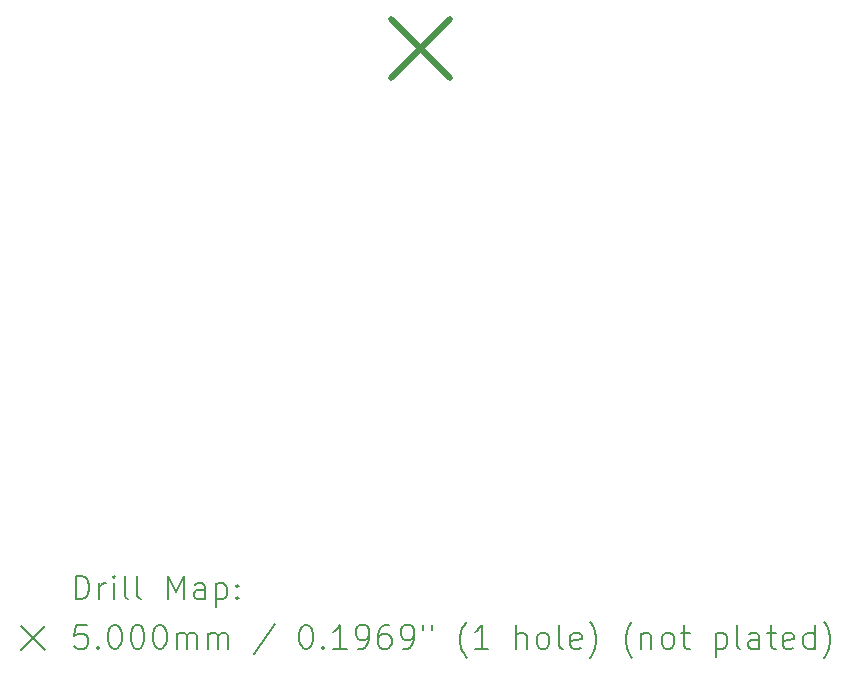
<source format=gbr>
%FSLAX45Y45*%
G04 Gerber Fmt 4.5, Leading zero omitted, Abs format (unit mm)*
G04 Created by KiCad (PCBNEW (6.0.5)) date 2022-12-14 22:57:56*
%MOMM*%
%LPD*%
G01*
G04 APERTURE LIST*
%ADD10C,0.200000*%
%ADD11C,0.500000*%
G04 APERTURE END LIST*
D10*
D11*
X14600110Y-8350360D02*
X15100110Y-8850360D01*
X15100110Y-8350360D02*
X14600110Y-8850360D01*
D10*
X11930229Y-13263336D02*
X11930229Y-13063336D01*
X11977848Y-13063336D01*
X12006419Y-13072860D01*
X12025467Y-13091908D01*
X12034991Y-13110955D01*
X12044515Y-13149050D01*
X12044515Y-13177622D01*
X12034991Y-13215717D01*
X12025467Y-13234765D01*
X12006419Y-13253812D01*
X11977848Y-13263336D01*
X11930229Y-13263336D01*
X12130229Y-13263336D02*
X12130229Y-13130003D01*
X12130229Y-13168098D02*
X12139753Y-13149050D01*
X12149277Y-13139527D01*
X12168324Y-13130003D01*
X12187372Y-13130003D01*
X12254038Y-13263336D02*
X12254038Y-13130003D01*
X12254038Y-13063336D02*
X12244515Y-13072860D01*
X12254038Y-13082384D01*
X12263562Y-13072860D01*
X12254038Y-13063336D01*
X12254038Y-13082384D01*
X12377848Y-13263336D02*
X12358800Y-13253812D01*
X12349277Y-13234765D01*
X12349277Y-13063336D01*
X12482610Y-13263336D02*
X12463562Y-13253812D01*
X12454038Y-13234765D01*
X12454038Y-13063336D01*
X12711181Y-13263336D02*
X12711181Y-13063336D01*
X12777848Y-13206193D01*
X12844515Y-13063336D01*
X12844515Y-13263336D01*
X13025467Y-13263336D02*
X13025467Y-13158574D01*
X13015943Y-13139527D01*
X12996896Y-13130003D01*
X12958800Y-13130003D01*
X12939753Y-13139527D01*
X13025467Y-13253812D02*
X13006419Y-13263336D01*
X12958800Y-13263336D01*
X12939753Y-13253812D01*
X12930229Y-13234765D01*
X12930229Y-13215717D01*
X12939753Y-13196669D01*
X12958800Y-13187146D01*
X13006419Y-13187146D01*
X13025467Y-13177622D01*
X13120705Y-13130003D02*
X13120705Y-13330003D01*
X13120705Y-13139527D02*
X13139753Y-13130003D01*
X13177848Y-13130003D01*
X13196896Y-13139527D01*
X13206419Y-13149050D01*
X13215943Y-13168098D01*
X13215943Y-13225241D01*
X13206419Y-13244288D01*
X13196896Y-13253812D01*
X13177848Y-13263336D01*
X13139753Y-13263336D01*
X13120705Y-13253812D01*
X13301658Y-13244288D02*
X13311181Y-13253812D01*
X13301658Y-13263336D01*
X13292134Y-13253812D01*
X13301658Y-13244288D01*
X13301658Y-13263336D01*
X13301658Y-13139527D02*
X13311181Y-13149050D01*
X13301658Y-13158574D01*
X13292134Y-13149050D01*
X13301658Y-13139527D01*
X13301658Y-13158574D01*
X11472610Y-13492860D02*
X11672610Y-13692860D01*
X11672610Y-13492860D02*
X11472610Y-13692860D01*
X12025467Y-13483336D02*
X11930229Y-13483336D01*
X11920705Y-13578574D01*
X11930229Y-13569050D01*
X11949277Y-13559527D01*
X11996896Y-13559527D01*
X12015943Y-13569050D01*
X12025467Y-13578574D01*
X12034991Y-13597622D01*
X12034991Y-13645241D01*
X12025467Y-13664288D01*
X12015943Y-13673812D01*
X11996896Y-13683336D01*
X11949277Y-13683336D01*
X11930229Y-13673812D01*
X11920705Y-13664288D01*
X12120705Y-13664288D02*
X12130229Y-13673812D01*
X12120705Y-13683336D01*
X12111181Y-13673812D01*
X12120705Y-13664288D01*
X12120705Y-13683336D01*
X12254038Y-13483336D02*
X12273086Y-13483336D01*
X12292134Y-13492860D01*
X12301658Y-13502384D01*
X12311181Y-13521431D01*
X12320705Y-13559527D01*
X12320705Y-13607146D01*
X12311181Y-13645241D01*
X12301658Y-13664288D01*
X12292134Y-13673812D01*
X12273086Y-13683336D01*
X12254038Y-13683336D01*
X12234991Y-13673812D01*
X12225467Y-13664288D01*
X12215943Y-13645241D01*
X12206419Y-13607146D01*
X12206419Y-13559527D01*
X12215943Y-13521431D01*
X12225467Y-13502384D01*
X12234991Y-13492860D01*
X12254038Y-13483336D01*
X12444515Y-13483336D02*
X12463562Y-13483336D01*
X12482610Y-13492860D01*
X12492134Y-13502384D01*
X12501658Y-13521431D01*
X12511181Y-13559527D01*
X12511181Y-13607146D01*
X12501658Y-13645241D01*
X12492134Y-13664288D01*
X12482610Y-13673812D01*
X12463562Y-13683336D01*
X12444515Y-13683336D01*
X12425467Y-13673812D01*
X12415943Y-13664288D01*
X12406419Y-13645241D01*
X12396896Y-13607146D01*
X12396896Y-13559527D01*
X12406419Y-13521431D01*
X12415943Y-13502384D01*
X12425467Y-13492860D01*
X12444515Y-13483336D01*
X12634991Y-13483336D02*
X12654038Y-13483336D01*
X12673086Y-13492860D01*
X12682610Y-13502384D01*
X12692134Y-13521431D01*
X12701658Y-13559527D01*
X12701658Y-13607146D01*
X12692134Y-13645241D01*
X12682610Y-13664288D01*
X12673086Y-13673812D01*
X12654038Y-13683336D01*
X12634991Y-13683336D01*
X12615943Y-13673812D01*
X12606419Y-13664288D01*
X12596896Y-13645241D01*
X12587372Y-13607146D01*
X12587372Y-13559527D01*
X12596896Y-13521431D01*
X12606419Y-13502384D01*
X12615943Y-13492860D01*
X12634991Y-13483336D01*
X12787372Y-13683336D02*
X12787372Y-13550003D01*
X12787372Y-13569050D02*
X12796896Y-13559527D01*
X12815943Y-13550003D01*
X12844515Y-13550003D01*
X12863562Y-13559527D01*
X12873086Y-13578574D01*
X12873086Y-13683336D01*
X12873086Y-13578574D02*
X12882610Y-13559527D01*
X12901658Y-13550003D01*
X12930229Y-13550003D01*
X12949277Y-13559527D01*
X12958800Y-13578574D01*
X12958800Y-13683336D01*
X13054038Y-13683336D02*
X13054038Y-13550003D01*
X13054038Y-13569050D02*
X13063562Y-13559527D01*
X13082610Y-13550003D01*
X13111181Y-13550003D01*
X13130229Y-13559527D01*
X13139753Y-13578574D01*
X13139753Y-13683336D01*
X13139753Y-13578574D02*
X13149277Y-13559527D01*
X13168324Y-13550003D01*
X13196896Y-13550003D01*
X13215943Y-13559527D01*
X13225467Y-13578574D01*
X13225467Y-13683336D01*
X13615943Y-13473812D02*
X13444515Y-13730955D01*
X13873086Y-13483336D02*
X13892134Y-13483336D01*
X13911181Y-13492860D01*
X13920705Y-13502384D01*
X13930229Y-13521431D01*
X13939753Y-13559527D01*
X13939753Y-13607146D01*
X13930229Y-13645241D01*
X13920705Y-13664288D01*
X13911181Y-13673812D01*
X13892134Y-13683336D01*
X13873086Y-13683336D01*
X13854038Y-13673812D01*
X13844515Y-13664288D01*
X13834991Y-13645241D01*
X13825467Y-13607146D01*
X13825467Y-13559527D01*
X13834991Y-13521431D01*
X13844515Y-13502384D01*
X13854038Y-13492860D01*
X13873086Y-13483336D01*
X14025467Y-13664288D02*
X14034991Y-13673812D01*
X14025467Y-13683336D01*
X14015943Y-13673812D01*
X14025467Y-13664288D01*
X14025467Y-13683336D01*
X14225467Y-13683336D02*
X14111181Y-13683336D01*
X14168324Y-13683336D02*
X14168324Y-13483336D01*
X14149277Y-13511908D01*
X14130229Y-13530955D01*
X14111181Y-13540479D01*
X14320705Y-13683336D02*
X14358800Y-13683336D01*
X14377848Y-13673812D01*
X14387372Y-13664288D01*
X14406419Y-13635717D01*
X14415943Y-13597622D01*
X14415943Y-13521431D01*
X14406419Y-13502384D01*
X14396896Y-13492860D01*
X14377848Y-13483336D01*
X14339753Y-13483336D01*
X14320705Y-13492860D01*
X14311181Y-13502384D01*
X14301658Y-13521431D01*
X14301658Y-13569050D01*
X14311181Y-13588098D01*
X14320705Y-13597622D01*
X14339753Y-13607146D01*
X14377848Y-13607146D01*
X14396896Y-13597622D01*
X14406419Y-13588098D01*
X14415943Y-13569050D01*
X14587372Y-13483336D02*
X14549277Y-13483336D01*
X14530229Y-13492860D01*
X14520705Y-13502384D01*
X14501658Y-13530955D01*
X14492134Y-13569050D01*
X14492134Y-13645241D01*
X14501658Y-13664288D01*
X14511181Y-13673812D01*
X14530229Y-13683336D01*
X14568324Y-13683336D01*
X14587372Y-13673812D01*
X14596896Y-13664288D01*
X14606419Y-13645241D01*
X14606419Y-13597622D01*
X14596896Y-13578574D01*
X14587372Y-13569050D01*
X14568324Y-13559527D01*
X14530229Y-13559527D01*
X14511181Y-13569050D01*
X14501658Y-13578574D01*
X14492134Y-13597622D01*
X14701658Y-13683336D02*
X14739753Y-13683336D01*
X14758800Y-13673812D01*
X14768324Y-13664288D01*
X14787372Y-13635717D01*
X14796896Y-13597622D01*
X14796896Y-13521431D01*
X14787372Y-13502384D01*
X14777848Y-13492860D01*
X14758800Y-13483336D01*
X14720705Y-13483336D01*
X14701658Y-13492860D01*
X14692134Y-13502384D01*
X14682610Y-13521431D01*
X14682610Y-13569050D01*
X14692134Y-13588098D01*
X14701658Y-13597622D01*
X14720705Y-13607146D01*
X14758800Y-13607146D01*
X14777848Y-13597622D01*
X14787372Y-13588098D01*
X14796896Y-13569050D01*
X14873086Y-13483336D02*
X14873086Y-13521431D01*
X14949277Y-13483336D02*
X14949277Y-13521431D01*
X15244515Y-13759527D02*
X15234991Y-13750003D01*
X15215943Y-13721431D01*
X15206419Y-13702384D01*
X15196896Y-13673812D01*
X15187372Y-13626193D01*
X15187372Y-13588098D01*
X15196896Y-13540479D01*
X15206419Y-13511908D01*
X15215943Y-13492860D01*
X15234991Y-13464288D01*
X15244515Y-13454765D01*
X15425467Y-13683336D02*
X15311181Y-13683336D01*
X15368324Y-13683336D02*
X15368324Y-13483336D01*
X15349277Y-13511908D01*
X15330229Y-13530955D01*
X15311181Y-13540479D01*
X15663562Y-13683336D02*
X15663562Y-13483336D01*
X15749277Y-13683336D02*
X15749277Y-13578574D01*
X15739753Y-13559527D01*
X15720705Y-13550003D01*
X15692134Y-13550003D01*
X15673086Y-13559527D01*
X15663562Y-13569050D01*
X15873086Y-13683336D02*
X15854038Y-13673812D01*
X15844515Y-13664288D01*
X15834991Y-13645241D01*
X15834991Y-13588098D01*
X15844515Y-13569050D01*
X15854038Y-13559527D01*
X15873086Y-13550003D01*
X15901658Y-13550003D01*
X15920705Y-13559527D01*
X15930229Y-13569050D01*
X15939753Y-13588098D01*
X15939753Y-13645241D01*
X15930229Y-13664288D01*
X15920705Y-13673812D01*
X15901658Y-13683336D01*
X15873086Y-13683336D01*
X16054038Y-13683336D02*
X16034991Y-13673812D01*
X16025467Y-13654765D01*
X16025467Y-13483336D01*
X16206419Y-13673812D02*
X16187372Y-13683336D01*
X16149277Y-13683336D01*
X16130229Y-13673812D01*
X16120705Y-13654765D01*
X16120705Y-13578574D01*
X16130229Y-13559527D01*
X16149277Y-13550003D01*
X16187372Y-13550003D01*
X16206419Y-13559527D01*
X16215943Y-13578574D01*
X16215943Y-13597622D01*
X16120705Y-13616669D01*
X16282610Y-13759527D02*
X16292134Y-13750003D01*
X16311181Y-13721431D01*
X16320705Y-13702384D01*
X16330229Y-13673812D01*
X16339753Y-13626193D01*
X16339753Y-13588098D01*
X16330229Y-13540479D01*
X16320705Y-13511908D01*
X16311181Y-13492860D01*
X16292134Y-13464288D01*
X16282610Y-13454765D01*
X16644515Y-13759527D02*
X16634991Y-13750003D01*
X16615943Y-13721431D01*
X16606419Y-13702384D01*
X16596896Y-13673812D01*
X16587372Y-13626193D01*
X16587372Y-13588098D01*
X16596896Y-13540479D01*
X16606419Y-13511908D01*
X16615943Y-13492860D01*
X16634991Y-13464288D01*
X16644515Y-13454765D01*
X16720705Y-13550003D02*
X16720705Y-13683336D01*
X16720705Y-13569050D02*
X16730229Y-13559527D01*
X16749277Y-13550003D01*
X16777848Y-13550003D01*
X16796896Y-13559527D01*
X16806420Y-13578574D01*
X16806420Y-13683336D01*
X16930229Y-13683336D02*
X16911181Y-13673812D01*
X16901658Y-13664288D01*
X16892134Y-13645241D01*
X16892134Y-13588098D01*
X16901658Y-13569050D01*
X16911181Y-13559527D01*
X16930229Y-13550003D01*
X16958800Y-13550003D01*
X16977848Y-13559527D01*
X16987372Y-13569050D01*
X16996896Y-13588098D01*
X16996896Y-13645241D01*
X16987372Y-13664288D01*
X16977848Y-13673812D01*
X16958800Y-13683336D01*
X16930229Y-13683336D01*
X17054039Y-13550003D02*
X17130229Y-13550003D01*
X17082610Y-13483336D02*
X17082610Y-13654765D01*
X17092134Y-13673812D01*
X17111181Y-13683336D01*
X17130229Y-13683336D01*
X17349277Y-13550003D02*
X17349277Y-13750003D01*
X17349277Y-13559527D02*
X17368324Y-13550003D01*
X17406420Y-13550003D01*
X17425467Y-13559527D01*
X17434991Y-13569050D01*
X17444515Y-13588098D01*
X17444515Y-13645241D01*
X17434991Y-13664288D01*
X17425467Y-13673812D01*
X17406420Y-13683336D01*
X17368324Y-13683336D01*
X17349277Y-13673812D01*
X17558800Y-13683336D02*
X17539753Y-13673812D01*
X17530229Y-13654765D01*
X17530229Y-13483336D01*
X17720705Y-13683336D02*
X17720705Y-13578574D01*
X17711181Y-13559527D01*
X17692134Y-13550003D01*
X17654039Y-13550003D01*
X17634991Y-13559527D01*
X17720705Y-13673812D02*
X17701658Y-13683336D01*
X17654039Y-13683336D01*
X17634991Y-13673812D01*
X17625467Y-13654765D01*
X17625467Y-13635717D01*
X17634991Y-13616669D01*
X17654039Y-13607146D01*
X17701658Y-13607146D01*
X17720705Y-13597622D01*
X17787372Y-13550003D02*
X17863562Y-13550003D01*
X17815943Y-13483336D02*
X17815943Y-13654765D01*
X17825467Y-13673812D01*
X17844515Y-13683336D01*
X17863562Y-13683336D01*
X18006420Y-13673812D02*
X17987372Y-13683336D01*
X17949277Y-13683336D01*
X17930229Y-13673812D01*
X17920705Y-13654765D01*
X17920705Y-13578574D01*
X17930229Y-13559527D01*
X17949277Y-13550003D01*
X17987372Y-13550003D01*
X18006420Y-13559527D01*
X18015943Y-13578574D01*
X18015943Y-13597622D01*
X17920705Y-13616669D01*
X18187372Y-13683336D02*
X18187372Y-13483336D01*
X18187372Y-13673812D02*
X18168324Y-13683336D01*
X18130229Y-13683336D01*
X18111181Y-13673812D01*
X18101658Y-13664288D01*
X18092134Y-13645241D01*
X18092134Y-13588098D01*
X18101658Y-13569050D01*
X18111181Y-13559527D01*
X18130229Y-13550003D01*
X18168324Y-13550003D01*
X18187372Y-13559527D01*
X18263562Y-13759527D02*
X18273086Y-13750003D01*
X18292134Y-13721431D01*
X18301658Y-13702384D01*
X18311181Y-13673812D01*
X18320705Y-13626193D01*
X18320705Y-13588098D01*
X18311181Y-13540479D01*
X18301658Y-13511908D01*
X18292134Y-13492860D01*
X18273086Y-13464288D01*
X18263562Y-13454765D01*
M02*

</source>
